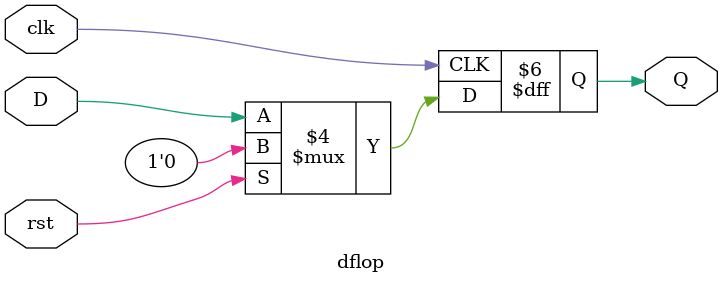
<source format=v>
module dflop(clk,rst,D,Q);

    input clk,rst,D;
    output reg Q;

    //this always logic is only use for positive edge cycle in which when positive edge cycle | are come to the clock become high and it will store the memory like Q <= D 
   // Rissing Edge D Flip Flop
    always @(posedge clk) begin
      
      if (rst == 1'b1) begin
            Q <=1'b0;
      end
      else begin

        Q <= D;
      end        

    end

endmodule
</source>
